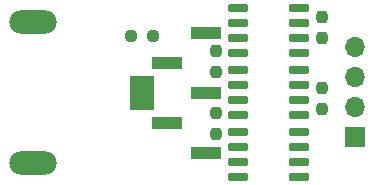
<source format=gbs>
%TF.GenerationSoftware,KiCad,Pcbnew,(6.0.0)*%
%TF.CreationDate,2025-09-03T22:59:35+02:00*%
%TF.ProjectId,Smart Servo Control Board Rev.1,536d6172-7420-4536-9572-766f20436f6e,rev?*%
%TF.SameCoordinates,Original*%
%TF.FileFunction,Soldermask,Bot*%
%TF.FilePolarity,Negative*%
%FSLAX46Y46*%
G04 Gerber Fmt 4.6, Leading zero omitted, Abs format (unit mm)*
G04 Created by KiCad (PCBNEW (6.0.0)) date 2025-09-03 22:59:35*
%MOMM*%
%LPD*%
G01*
G04 APERTURE LIST*
G04 Aperture macros list*
%AMRoundRect*
0 Rectangle with rounded corners*
0 $1 Rounding radius*
0 $2 $3 $4 $5 $6 $7 $8 $9 X,Y pos of 4 corners*
0 Add a 4 corners polygon primitive as box body*
4,1,4,$2,$3,$4,$5,$6,$7,$8,$9,$2,$3,0*
0 Add four circle primitives for the rounded corners*
1,1,$1+$1,$2,$3*
1,1,$1+$1,$4,$5*
1,1,$1+$1,$6,$7*
1,1,$1+$1,$8,$9*
0 Add four rect primitives between the rounded corners*
20,1,$1+$1,$2,$3,$4,$5,0*
20,1,$1+$1,$4,$5,$6,$7,0*
20,1,$1+$1,$6,$7,$8,$9,0*
20,1,$1+$1,$8,$9,$2,$3,0*%
G04 Aperture macros list end*
%ADD10R,1.700000X1.700000*%
%ADD11O,1.700000X1.700000*%
%ADD12O,4.000000X2.000000*%
%ADD13R,2.000000X3.000000*%
%ADD14RoundRect,0.237500X0.237500X-0.250000X0.237500X0.250000X-0.237500X0.250000X-0.237500X-0.250000X0*%
%ADD15RoundRect,0.237500X-0.237500X0.250000X-0.237500X-0.250000X0.237500X-0.250000X0.237500X0.250000X0*%
%ADD16RoundRect,0.150000X0.725000X0.150000X-0.725000X0.150000X-0.725000X-0.150000X0.725000X-0.150000X0*%
%ADD17RoundRect,0.150000X-0.725000X-0.150000X0.725000X-0.150000X0.725000X0.150000X-0.725000X0.150000X0*%
%ADD18RoundRect,0.237500X0.250000X0.237500X-0.250000X0.237500X-0.250000X-0.237500X0.250000X-0.237500X0*%
%ADD19R,2.510000X1.000000*%
G04 APERTURE END LIST*
D10*
%TO.C,J1*%
X70775000Y-41300000D03*
D11*
X70775000Y-38760000D03*
X70775000Y-36220000D03*
X70775000Y-33680000D03*
%TD*%
D12*
%TO.C,J2*%
X43500000Y-31500000D03*
D13*
X52750000Y-37500000D03*
D12*
X43500000Y-43500000D03*
%TD*%
D14*
%TO.C,C6*%
X68000000Y-32912500D03*
X68000000Y-31087500D03*
%TD*%
D15*
%TO.C,R2*%
X59000000Y-33962500D03*
X59000000Y-35787500D03*
%TD*%
D16*
%TO.C,U5*%
X66075000Y-40845000D03*
X66075000Y-42115000D03*
X66075000Y-43385000D03*
X66075000Y-44655000D03*
X60925000Y-44655000D03*
X60925000Y-43385000D03*
X60925000Y-42115000D03*
X60925000Y-40845000D03*
%TD*%
%TO.C,U6*%
X66075000Y-35595000D03*
X66075000Y-36865000D03*
X66075000Y-38135000D03*
X66075000Y-39405000D03*
X60925000Y-39405000D03*
X60925000Y-38135000D03*
X60925000Y-36865000D03*
X60925000Y-35595000D03*
%TD*%
D17*
%TO.C,U3*%
X60925000Y-34155000D03*
X60925000Y-32885000D03*
X60925000Y-31615000D03*
X60925000Y-30345000D03*
X66075000Y-30345000D03*
X66075000Y-31615000D03*
X66075000Y-32885000D03*
X66075000Y-34155000D03*
%TD*%
D14*
%TO.C,R3*%
X59000000Y-41037500D03*
X59000000Y-39212500D03*
%TD*%
D18*
%TO.C,R1*%
X53662500Y-32750000D03*
X51837500Y-32750000D03*
%TD*%
D19*
%TO.C,J3*%
X58155000Y-42580000D03*
X54845000Y-40040000D03*
X58155000Y-37500000D03*
X54845000Y-34960000D03*
X58155000Y-32420000D03*
%TD*%
D14*
%TO.C,C13*%
X68000000Y-38912500D03*
X68000000Y-37087500D03*
%TD*%
M02*

</source>
